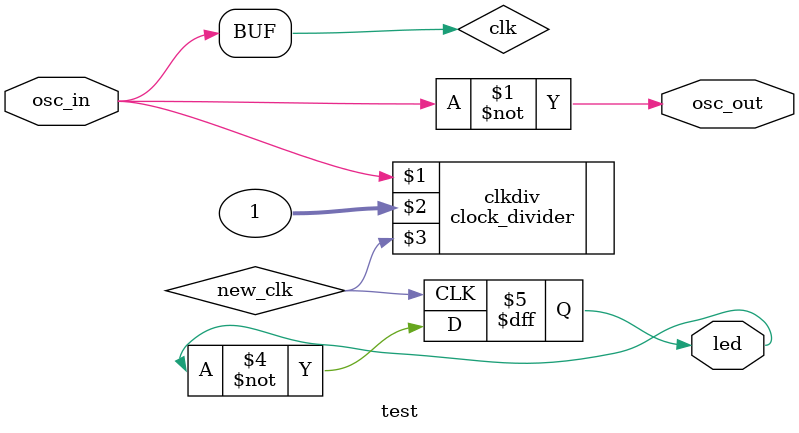
<source format=v>
module test(
	input osc_in,
	output osc_out,
	output led
);

assign osc_out = ~osc_in;

wire clk = osc_in;

wire new_clk;

clock_divider #(
	.pFactor(24000000)
) clkdiv(clk, 1, new_clk);

reg led;

always @(posedge new_clk) begin
	led = ~led;
end

endmodule

</source>
